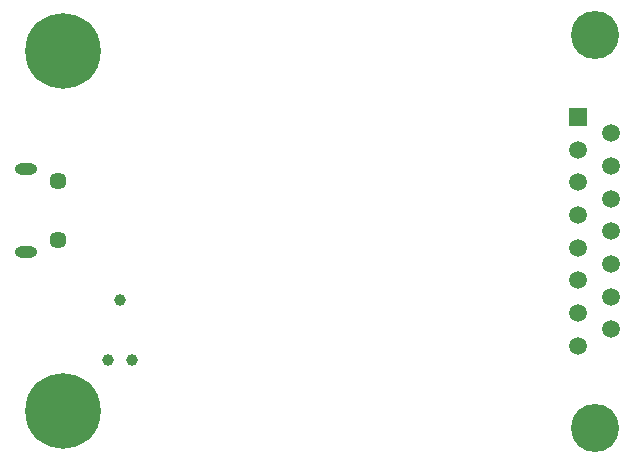
<source format=gbr>
%TF.GenerationSoftware,KiCad,Pcbnew,(5.1.6-85-g2d1f6937d)*%
%TF.CreationDate,2020-09-04T20:48:42-07:00*%
%TF.ProjectId,3DProUsb,33445072-6f55-4736-922e-6b696361645f,rev?*%
%TF.SameCoordinates,Original*%
%TF.FileFunction,Soldermask,Bot*%
%TF.FilePolarity,Negative*%
%FSLAX46Y46*%
G04 Gerber Fmt 4.6, Leading zero omitted, Abs format (unit mm)*
G04 Created by KiCad (PCBNEW (5.1.6-85-g2d1f6937d)) date 2020-09-04 20:48:42*
%MOMM*%
%LPD*%
G01*
G04 APERTURE LIST*
%ADD10C,6.400000*%
%ADD11R,1.508000X1.508000*%
%ADD12C,1.508000*%
%ADD13C,4.066000*%
%ADD14C,0.991000*%
%ADD15C,1.450000*%
%ADD16O,1.900000X0.950000*%
G04 APERTURE END LIST*
D10*
%TO.C,REF\u002A\u002A*%
X70104000Y-102108000D03*
%TD*%
%TO.C,REF\u002A\u002A*%
X70104000Y-71628000D03*
%TD*%
D11*
%TO.C,J3*%
X113642000Y-77173000D03*
D12*
X113642000Y-79943000D03*
X116482000Y-78558000D03*
D13*
X115082000Y-103518000D03*
X115082000Y-70218000D03*
D12*
X113642000Y-82713000D03*
X113642000Y-85483000D03*
X113642000Y-88253000D03*
X113642000Y-91023000D03*
X113642000Y-93793000D03*
X113642000Y-96563000D03*
X116482000Y-81328000D03*
X116482000Y-84098000D03*
X116482000Y-86868000D03*
X116482000Y-89638000D03*
X116482000Y-92408000D03*
X116482000Y-95178000D03*
%TD*%
D14*
%TO.C,J2*%
X74930000Y-92710000D03*
X75946000Y-97790000D03*
X73914000Y-97790000D03*
%TD*%
D15*
%TO.C,J1*%
X69660000Y-82590000D03*
X69660000Y-87590000D03*
D16*
X66960000Y-81590000D03*
X66960000Y-88590000D03*
%TD*%
M02*

</source>
